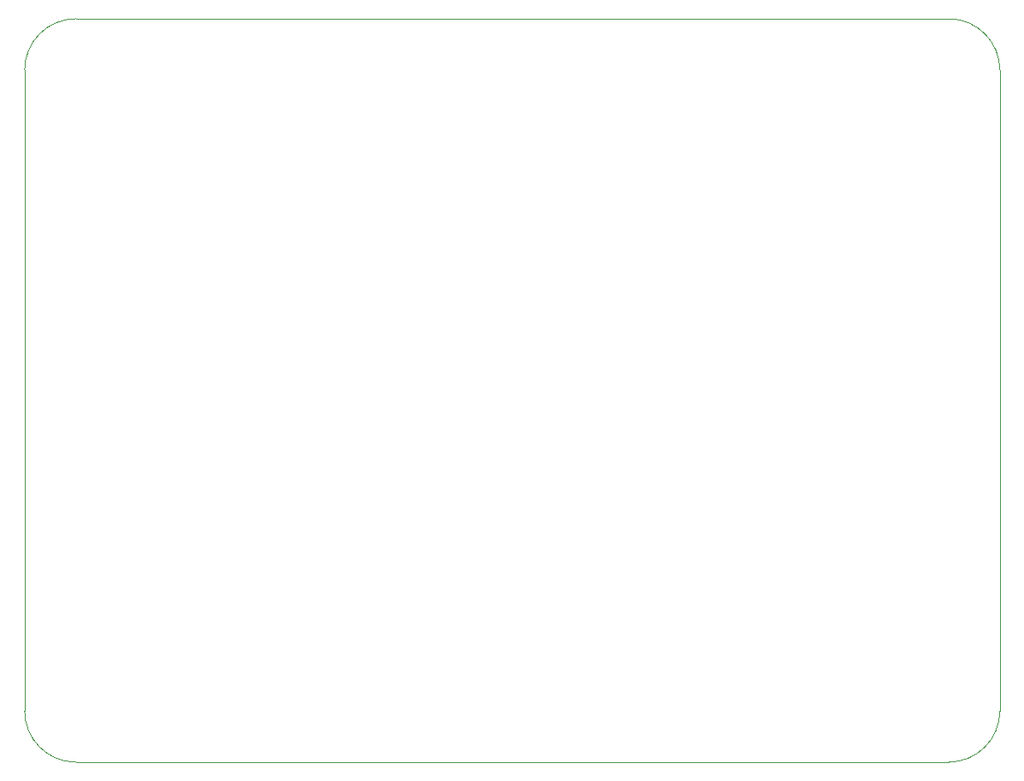
<source format=gbr>
G04 #@! TF.GenerationSoftware,KiCad,Pcbnew,5.1.4-e60b266~84~ubuntu18.04.1*
G04 #@! TF.CreationDate,2019-09-18T23:31:40+02:00*
G04 #@! TF.ProjectId,PCB,5043422e-6b69-4636-9164-5f7063625858,rev?*
G04 #@! TF.SameCoordinates,Original*
G04 #@! TF.FileFunction,Profile,NP*
%FSLAX46Y46*%
G04 Gerber Fmt 4.6, Leading zero omitted, Abs format (unit mm)*
G04 Created by KiCad (PCBNEW 5.1.4-e60b266~84~ubuntu18.04.1) date 2019-09-18 23:31:40*
%MOMM*%
%LPD*%
G04 APERTURE LIST*
%ADD10C,0.050000*%
G04 APERTURE END LIST*
D10*
X116840000Y-50800000D02*
X203200000Y-50800000D01*
X111760000Y-55880000D02*
G75*
G02X116840000Y-50800000I5080000J0D01*
G01*
X208280000Y-119380000D02*
X208280000Y-55880000D01*
X203200000Y-50800000D02*
G75*
G02X208280000Y-55880000I0J-5080000D01*
G01*
X111760000Y-119380000D02*
X111760000Y-55880000D01*
X116840000Y-124460000D02*
X203200000Y-124460000D01*
X116840000Y-124460000D02*
G75*
G02X111760000Y-119380000I0J5080000D01*
G01*
X208280000Y-119380000D02*
G75*
G02X203200000Y-124460000I-5080000J0D01*
G01*
M02*

</source>
